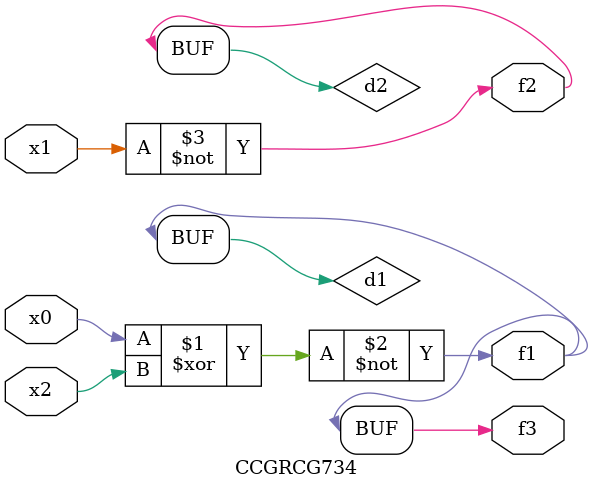
<source format=v>
module CCGRCG734(
	input x0, x1, x2,
	output f1, f2, f3
);

	wire d1, d2, d3;

	xnor (d1, x0, x2);
	nand (d2, x1);
	nor (d3, x1, x2);
	assign f1 = d1;
	assign f2 = d2;
	assign f3 = d1;
endmodule

</source>
